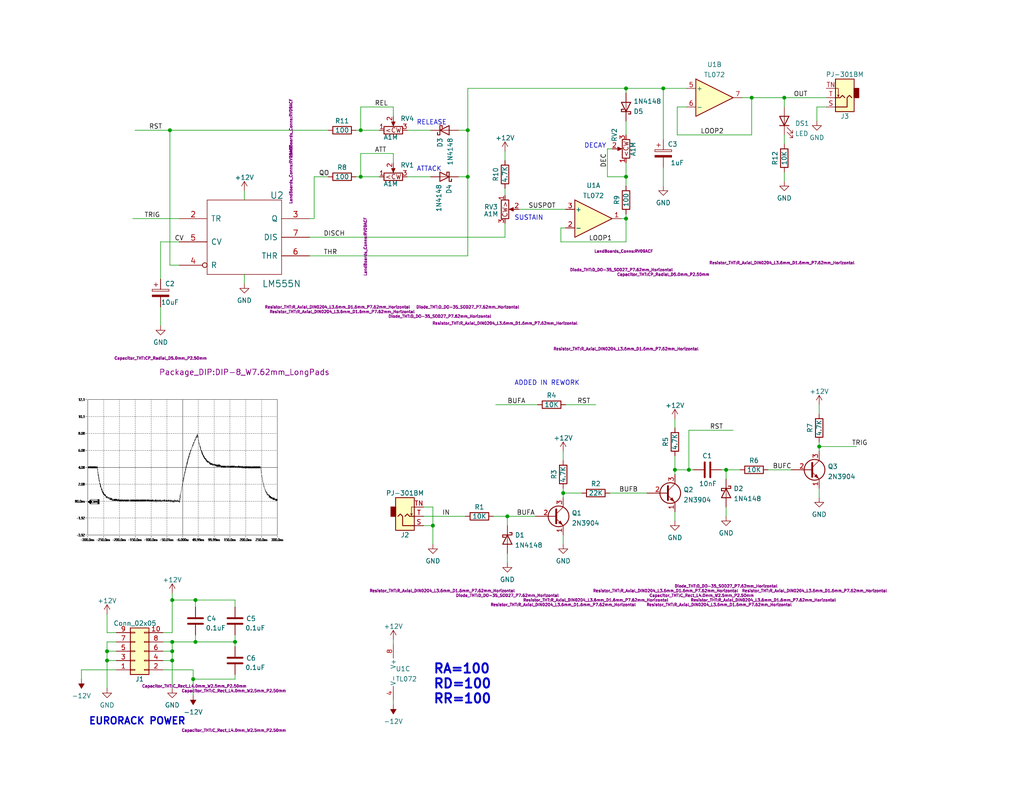
<source format=kicad_sch>
(kicad_sch (version 20211123) (generator eeschema)
  (paper "A")
  (title_block (title "ADSR GENERATOR") (date "2022-11-05") (rev "2") (comment 1 "The Fastest Envelope in the West") (comment 2 "https://www.schmitzbits.de/adsr.html"))
  (lib_symbols
    (symbol "Amplifier_Operational:TL072" (pin_names (offset 0.127))
      (property "Reference" "U" (at 0 5.08 0))
      (property "Value" "TL072" (at 0 -5.08 0))
      (symbol "TL072_1_1"
        (polyline (pts (xy -5.08 5.08) (xy 5.08 0) (xy -5.08 -5.08) (xy -5.08 5.08)) (stroke (width 0.254)) (fill (type background)))
        (pin output line (at 7.62 0 180) (length 2.54) (name "~") (number "1"))
        (pin input line (at -7.62 -2.54 0) (length 2.54) (name "-") (number "2"))
        (pin input line (at -7.62 2.54 0) (length 2.54) (name "+") (number "3"))
      )
      (symbol "TL072_2_1"
        (polyline (pts (xy -5.08 5.08) (xy 5.08 0) (xy -5.08 -5.08) (xy -5.08 5.08)) (stroke (width 0.254)) (fill (type background)))
        (pin input line (at -7.62 2.54 0) (length 2.54) (name "+") (number "5"))
        (pin input line (at -7.62 -2.54 0) (length 2.54) (name "-") (number "6"))
        (pin output line (at 7.62 0 180) (length 2.54) (name "~") (number "7"))
      )
      (symbol "TL072_3_1"
        (pin power_in line (at -2.54 -7.62 90) (length 3.81) (name "V-") (number "4"))
        (pin power_in line (at -2.54 7.62 270) (length 3.81) (name "V+") (number "8"))
      )
    )
    (symbol "Connector:AudioJack2_SwitchT"
      (property "Reference" "J" (at 0 8.89 0))
      (property "Value" "AudioJack2_SwitchT" (at 0 6.35 0))
      (symbol "AudioJack2_SwitchT_0_1"
        (rectangle (start -2.54 0) (end -3.81 -2.54) (stroke (width 0.254)) (fill (type outline)))
        (polyline (pts (xy 1.778 -0.254) (xy 2.032 -0.762)))
        (polyline (pts (xy 0 0) (xy 0.635 -0.635) (xy 1.27 0) (xy 2.54 0)) (stroke (width 0.254)))
        (polyline (pts (xy 2.54 -2.54) (xy 1.778 -2.54) (xy 1.778 -0.254) (xy 1.524 -0.762)))
        (polyline (pts (xy 2.54 2.54) (xy -0.635 2.54) (xy -0.635 0) (xy -1.27 -0.635) (xy -1.905 0)) (stroke (width 0.254)))
        (rectangle (start 2.54 3.81) (end -2.54 -5.08) (stroke (width 0.254)) (fill (type background)))
      )
      (symbol "AudioJack2_SwitchT_1_1"
        (pin passive line (at 5.08 2.54 180) (length 2.54) (name "~") (number "S"))
        (pin passive line (at 5.08 0 180) (length 2.54) (name "~") (number "T"))
        (pin passive line (at 5.08 -2.54 180) (length 2.54) (name "~") (number "TN"))
      )
    )
    (symbol "Connector_Generic:Conn_02x05_Odd_Even" (pin_names (offset 1.016) hide)
      (property "Reference" "J" (at 1.27 7.62 0))
      (property "Value" "Conn_02x05_Odd_Even" (at 1.27 -7.62 0))
      (symbol "Conn_02x05_Odd_Even_1_1"
        (rectangle (start -1.27 -4.953) (end 0 -5.207) (stroke (width 0.1524)))
        (rectangle (start -1.27 -2.413) (end 0 -2.667) (stroke (width 0.1524)))
        (rectangle (start -1.27 0.127) (end 0 -0.127) (stroke (width 0.1524)))
        (rectangle (start -1.27 2.667) (end 0 2.413) (stroke (width 0.1524)))
        (rectangle (start -1.27 5.207) (end 0 4.953) (stroke (width 0.1524)))
        (rectangle (start -1.27 6.35) (end 3.81 -6.35) (stroke (width 0.254)) (fill (type background)))
        (rectangle (start 3.81 -4.953) (end 2.54 -5.207) (stroke (width 0.1524)))
        (rectangle (start 3.81 -2.413) (end 2.54 -2.667) (stroke (width 0.1524)))
        (rectangle (start 3.81 0.127) (end 2.54 -0.127) (stroke (width 0.1524)))
        (rectangle (start 3.81 2.667) (end 2.54 2.413) (stroke (width 0.1524)))
        (rectangle (start 3.81 5.207) (end 2.54 4.953) (stroke (width 0.1524)))
        (pin passive line (at -5.08 5.08 0) (length 3.81) (name "Pin_1") (number "1"))
        (pin passive line (at 7.62 -5.08 180) (length 3.81) (name "Pin_10") (number "10"))
        (pin passive line (at 7.62 5.08 180) (length 3.81) (name "Pin_2") (number "2"))
        (pin passive line (at -5.08 2.54 0) (length 3.81) (name "Pin_3") (number "3"))
        (pin passive line (at 7.62 2.54 180) (length 3.81) (name "Pin_4") (number "4"))
        (pin passive line (at -5.08 0 0) (length 3.81) (name "Pin_5") (number "5"))
        (pin passive line (at 7.62 0 180) (length 3.81) (name "Pin_6") (number "6"))
        (pin passive line (at -5.08 -2.54 0) (length 3.81) (name "Pin_7") (number "7"))
        (pin passive line (at 7.62 -2.54 180) (length 3.81) (name "Pin_8") (number "8"))
        (pin passive line (at -5.08 -5.08 0) (length 3.81) (name "Pin_9") (number "9"))
      )
    )
    (symbol "Device:C" (pin_numbers hide) (pin_names (offset 0.254))
      (property "Reference" "C" (at 0.635 2.54 0))
      (property "Value" "C" (at 0.635 -2.54 0))
      (symbol "C_0_1"
        (polyline (pts (xy -2.032 -0.762) (xy 2.032 -0.762)) (stroke (width 0.508)))
        (polyline (pts (xy -2.032 0.762) (xy 2.032 0.762)) (stroke (width 0.508)))
      )
      (symbol "C_1_1"
        (pin passive line (at 0 3.81 270) (length 2.794) (name "~") (number "1"))
        (pin passive line (at 0 -3.81 90) (length 2.794) (name "~") (number "2"))
      )
    )
    (symbol "Device:C_Polarized" (pin_numbers hide) (pin_names (offset 0.254))
      (property "Reference" "C" (at 0.635 2.54 0))
      (property "Value" "C_Polarized" (at 0.635 -2.54 0))
      (symbol "C_Polarized_0_1"
        (rectangle (start -2.286 0.508) (end 2.286 1.016))
        (polyline (pts (xy -1.778 2.286) (xy -0.762 2.286)))
        (polyline (pts (xy -1.27 2.794) (xy -1.27 1.778)))
        (rectangle (start 2.286 -0.508) (end -2.286 -1.016) (fill (type outline)))
      )
      (symbol "C_Polarized_1_1"
        (pin passive line (at 0 3.81 270) (length 2.794) (name "~") (number "1"))
        (pin passive line (at 0 -3.81 90) (length 2.794) (name "~") (number "2"))
      )
    )
    (symbol "Device:D_Schottky" (pin_numbers hide) (pin_names (offset 1.016) hide)
      (property "Reference" "D" (at 0 2.54 0))
      (property "Value" "D_Schottky" (at 0 -2.54 0))
      (symbol "D_Schottky_0_1"
        (polyline (pts (xy 1.27 0) (xy -1.27 0)))
        (polyline (pts (xy 1.27 1.27) (xy 1.27 -1.27) (xy -1.27 0) (xy 1.27 1.27)) (stroke (width 0.254)))
        (polyline (pts (xy -1.905 0.635) (xy -1.905 1.27) (xy -1.27 1.27) (xy -1.27 -1.27) (xy -0.635 -1.27) (xy -0.635 -0.635)) (stroke (width 0.254)))
      )
      (symbol "D_Schottky_1_1"
        (pin passive line (at -3.81 0 0) (length 2.54) (name "K") (number "1"))
        (pin passive line (at 3.81 0 180) (length 2.54) (name "A") (number "2"))
      )
    )
    (symbol "Device:LED" (pin_numbers hide) (pin_names (offset 1.016) hide)
      (property "Reference" "D" (at 0 2.54 0))
      (property "Value" "LED" (at 0 -2.54 0))
      (symbol "LED_0_1"
        (polyline (pts (xy -1.27 -1.27) (xy -1.27 1.27)) (stroke (width 0.254)))
        (polyline (pts (xy -1.27 0) (xy 1.27 0)))
        (polyline (pts (xy 1.27 -1.27) (xy 1.27 1.27) (xy -1.27 0) (xy 1.27 -1.27)) (stroke (width 0.254)))
        (polyline (pts (xy -3.048 -0.762) (xy -4.572 -2.286) (xy -3.81 -2.286) (xy -4.572 -2.286) (xy -4.572 -1.524)))
        (polyline (pts (xy -1.778 -0.762) (xy -3.302 -2.286) (xy -2.54 -2.286) (xy -3.302 -2.286) (xy -3.302 -1.524)))
      )
      (symbol "LED_1_1"
        (pin passive line (at -3.81 0 0) (length 2.54) (name "K") (number "1"))
        (pin passive line (at 3.81 0 180) (length 2.54) (name "A") (number "2"))
      )
    )
    (symbol "Device:R" (pin_numbers hide) (pin_names (offset 0))
      (property "Reference" "R" (at 2.032 0 90))
      (property "Value" "R" (at 0 0 90))
      (symbol "R_0_1"
        (rectangle (start -1.016 -2.54) (end 1.016 2.54) (stroke (width 0.254)))
      )
      (symbol "R_1_1"
        (pin passive line (at 0 3.81 270) (length 1.27) (name "~") (number "1"))
        (pin passive line (at 0 -3.81 90) (length 1.27) (name "~") (number "2"))
      )
    )
    (symbol "LandBoards_Conns:R_Pot_CW" (pin_names (offset 1.016) hide)
      (property "Reference" "RV" (at -1.27 1.27 0))
      (property "Value" "R_Pot_CW" (at -1.27 -1.27 0))
      (symbol "R_Pot_CW_0_0"
        (text "CW>" (at 0 0 900) (effects (font (size 1.27 1.27))))
      )
      (symbol "R_Pot_CW_0_1"
        (polyline (pts (xy 2.54 0) (xy 1.524 0)))
        (polyline (pts (xy 1.143 0) (xy 2.286 0.508) (xy 2.286 -0.508) (xy 1.143 0)) (fill (type outline)))
        (rectangle (start 1.016 2.54) (end -1.016 -2.54) (stroke (width 0.254)))
      )
      (symbol "R_Pot_CW_1_1"
        (pin passive line (at 0 3.81 270) (length 1.27) (name "1") (number "1"))
        (pin passive line (at 3.81 0 180) (length 1.27) (name "2") (number "2"))
        (pin passive line (at 0 -3.81 90) (length 1.27) (name "3") (number "3"))
      )
    )
    (symbol "LandBoards_Conns:R_Pot_CW_PIN3UP" (pin_names (offset 1.016) hide)
      (property "Reference" "RV" (at -1.27 1.27 0))
      (property "Value" "R_Pot_CW_PIN3UP" (at -1.27 -1.27 0))
      (symbol "R_Pot_CW_PIN3UP_0_0"
        (text "<CW" (at 0 0 900) (effects (font (size 1.27 1.27))))
      )
      (symbol "R_Pot_CW_PIN3UP_0_1"
        (polyline (pts (xy 2.54 0) (xy 1.524 0)))
        (polyline (pts (xy 1.143 0) (xy 2.286 0.508) (xy 2.286 -0.508) (xy 1.143 0)) (fill (type outline)))
        (rectangle (start 1.016 2.54) (end -1.016 -2.54) (stroke (width 0.254)))
      )
      (symbol "R_Pot_CW_PIN3UP_1_1"
        (pin passive line (at 0 -3.81 90) (length 1.27) (name "1") (number "1"))
        (pin passive line (at 3.81 0 180) (length 1.27) (name "2") (number "2"))
        (pin passive line (at 0 3.81 270) (length 1.27) (name "3") (number "3"))
      )
    )
    (symbol "LandBoards_Semis:LM555N" (pin_names (offset 1.016))
      (property "Reference" "U" (at 0 2.54 0))
      (property "Value" "LM555N" (at 0 -2.54 0))
      (symbol "LM555N_0_0"
        (pin power_in line (at 0 -10.16 90) (length 0) hide (name "GND") (number "1"))
        (pin power_in line (at 0 10.16 270) (length 0) hide (name "VCC") (number "8"))
      )
      (symbol "LM555N_0_1"
        (rectangle (start -10.16 -10.16) (end 10.16 10.16))
      )
      (symbol "LM555N_1_1"
        (pin input line (at -17.78 5.08 0) (length 7.62) (name "TR") (number "2"))
        (pin output line (at 17.78 5.08 180) (length 7.62) (name "Q") (number "3"))
        (pin input inverted (at -17.78 -7.62 0) (length 7.62) (name "R") (number "4"))
        (pin input line (at -17.78 -1.27 0) (length 7.62) (name "CV") (number "5"))
        (pin input line (at 17.78 -5.08 180) (length 7.62) (name "THR") (number "6"))
        (pin input line (at 17.78 0 180) (length 7.62) (name "DIS") (number "7"))
      )
    )
    (symbol "Transistor_BJT:2N3904" (pin_names (offset 0) hide)
      (property "Reference" "Q" (at 5.08 1.905 0))
      (property "Value" "2N3904" (at 5.08 0 0))
      (symbol "2N3904_0_1"
        (polyline (pts (xy 0.635 0.635) (xy 2.54 2.54)))
        (polyline (pts (xy 0.635 -0.635) (xy 2.54 -2.54) (xy 2.54 -2.54)))
        (polyline (pts (xy 0.635 1.905) (xy 0.635 -1.905) (xy 0.635 -1.905)) (stroke (width 0.508)))
        (polyline (pts (xy 1.27 -1.778) (xy 1.778 -1.27) (xy 2.286 -2.286) (xy 1.27 -1.778) (xy 1.27 -1.778)) (fill (type outline)))
        (circle (center 1.27 0) (radius 2.8194) (stroke (width 0.254)))
      )
      (symbol "2N3904_1_1"
        (pin passive line (at 2.54 -5.08 90) (length 2.54) (name "E") (number "1"))
        (pin passive line (at -5.08 0 0) (length 5.715) (name "B") (number "2"))
        (pin passive line (at 2.54 5.08 270) (length 2.54) (name "C") (number "3"))
      )
    )
    (symbol "power:+12V" (power) (pin_names (offset 0))
      (property "Value" "+12V" (at 0 3.556 0))
      (symbol "+12V_0_1"
        (polyline (pts (xy -0.762 1.27) (xy 0 2.54)))
        (polyline (pts (xy 0 0) (xy 0 2.54)))
        (polyline (pts (xy 0 2.54) (xy 0.762 1.27)))
      )
      (symbol "+12V_1_1"
        (pin power_in line (at 0 0 90) (length 0) hide (name "+12V") (number "1"))
      )
    )
    (symbol "power:-12V" (power) (pin_names (offset 0))
      (property "Value" "-12V" (at 0 3.81 0))
      (symbol "-12V_0_0"
        (pin power_in line (at 0 0 90) (length 0) hide (name "-12V") (number "1"))
      )
      (symbol "-12V_0_1"
        (polyline (pts (xy 0 0) (xy 0 1.27) (xy 0.762 1.27) (xy 0 2.54) (xy -0.762 1.27) (xy 0 1.27)) (fill (type outline)))
      )
    )
    (symbol "power:GND" (power) (pin_names (offset 0))
      (property "Value" "GND" (at 0 -3.81 0))
      (symbol "GND_0_1"
        (polyline (pts (xy 0 0) (xy 0 -1.27) (xy 1.27 -1.27) (xy 0 -2.54) (xy -1.27 -1.27) (xy 0 -1.27)))
      )
      (symbol "GND_1_1"
        (pin power_in line (at 0 0 270) (length 0) hide (name "GND") (number "1"))
      )
    )
  )
  (junction (at 170.815 24.13))
  (junction (at 127.635 35.56))
  (junction (at 98.425 35.56))
  (junction (at 170.815 59.69))
  (junction (at 52.705 185.42))
  (junction (at 46.355 35.56))
  (junction (at 46.99 163.83))
  (junction (at 170.815 48.26))
  (junction (at 53.34 163.83))
  (junction (at 198.12 128.27))
  (junction (at 46.99 180.34))
  (junction (at 53.34 175.26))
  (junction (at 118.11 143.51))
  (junction (at 98.425 48.26))
  (junction (at 127.635 48.26))
  (junction (at 138.43 140.97))
  (junction (at 64.135 175.26))
  (junction (at 184.15 128.27))
  (junction (at 187.96 128.27))
  (junction (at 29.21 180.34))
  (junction (at 46.99 175.26))
  (junction (at 223.52 121.92))
  (junction (at 46.99 177.8))
  (junction (at 213.995 26.67))
  (junction (at 153.67 134.62))
  (junction (at 180.975 24.13))
  (junction (at 29.21 177.8))
  (junction (at 205.105 26.67))
  (wire (pts (xy 29.21 180.34) (xy 31.75 180.34)))
  (wire (pts (xy 46.99 172.72) (xy 46.99 163.83)))
  (wire (pts (xy 165.735 40.64) (xy 167.005 40.64)))
  (wire (pts (xy 52.705 185.42) (xy 52.705 189.865)))
  (wire (pts (xy 29.21 177.8) (xy 31.75 177.8)))
  (wire (pts (xy 98.425 35.56) (xy 98.425 29.21)))
  (wire (pts (xy 44.45 182.88) (xy 52.705 182.88)))
  (wire (pts (xy 29.21 175.26) (xy 29.21 177.8)))
  (wire (pts (xy 31.75 175.26) (xy 29.21 175.26)))
  (wire (pts (xy 125.095 35.56) (xy 127.635 35.56)))
  (wire (pts (xy 170.815 48.26) (xy 165.735 48.26)))
  (wire (pts (xy 53.34 163.83) (xy 64.135 163.83)))
  (wire (pts (xy 84.455 59.69) (xy 85.725 59.69)))
  (wire (pts (xy 225.425 29.21) (xy 222.885 29.21)))
  (wire (pts (xy 170.815 66.04) (xy 170.815 59.69)))
  (wire (pts (xy 66.675 52.07) (xy 66.675 54.61)))
  (wire (pts (xy 107.315 29.21) (xy 107.315 31.75)))
  (wire (pts (xy 64.135 175.26) (xy 64.135 173.355)))
  (wire (pts (xy 198.12 128.27) (xy 198.12 130.81)))
  (wire (pts (xy 154.305 62.23) (xy 153.035 62.23)))
  (wire (pts (xy 184.15 114.3) (xy 184.15 116.84)))
  (wire (pts (xy 137.795 41.275) (xy 137.795 43.815)))
  (wire (pts (xy 111.125 48.26) (xy 117.475 48.26)))
  (wire (pts (xy 127.635 35.56) (xy 127.635 48.26)))
  (wire (pts (xy 213.995 26.67) (xy 225.425 26.67)))
  (wire (pts (xy 127.635 48.26) (xy 125.095 48.26)))
  (wire (pts (xy 180.975 45.72) (xy 180.975 50.8)))
  (wire (pts (xy 223.52 110.49) (xy 223.52 113.03)))
  (wire (pts (xy 138.43 151.13) (xy 138.43 153.67)))
  (wire (pts (xy 170.815 24.13) (xy 127.635 24.13)))
  (wire (pts (xy 107.315 41.91) (xy 107.315 44.45)))
  (wire (pts (xy 46.99 175.26) (xy 53.34 175.26)))
  (wire (pts (xy 223.52 120.65) (xy 223.52 121.92)))
  (wire (pts (xy 153.67 134.62) (xy 158.75 134.62)))
  (wire (pts (xy 46.99 163.83) (xy 53.34 163.83)))
  (wire (pts (xy 46.99 177.8) (xy 46.99 180.34)))
  (wire (pts (xy 198.12 128.27) (xy 201.93 128.27)))
  (wire (pts (xy 36.195 59.69) (xy 48.895 59.69)))
  (wire (pts (xy 118.11 138.43) (xy 118.11 143.51)))
  (wire (pts (xy 223.52 121.92) (xy 223.52 123.19)))
  (wire (pts (xy 176.53 134.62) (xy 166.37 134.62)))
  (wire (pts (xy 43.815 76.2) (xy 43.815 66.04)))
  (wire (pts (xy 46.99 161.925) (xy 46.99 163.83)))
  (wire (pts (xy 64.135 175.26) (xy 64.135 176.53)))
  (wire (pts (xy 98.425 48.26) (xy 98.425 41.91)))
  (wire (pts (xy 98.425 35.56) (xy 103.505 35.56)))
  (wire (pts (xy 180.975 24.13) (xy 170.815 24.13)))
  (wire (pts (xy 98.425 29.21) (xy 107.315 29.21)))
  (wire (pts (xy 98.425 41.91) (xy 107.315 41.91)))
  (wire (pts (xy 134.62 140.97) (xy 138.43 140.97)))
  (wire (pts (xy 84.455 69.85) (xy 127.635 69.85)))
  (wire (pts (xy 187.325 29.21) (xy 184.785 29.21)))
  (wire (pts (xy 184.785 36.83) (xy 205.105 36.83)))
  (wire (pts (xy 85.725 59.69) (xy 85.725 48.26)))
  (wire (pts (xy 22.225 182.88) (xy 22.225 185.42)))
  (wire (pts (xy 153.67 134.62) (xy 153.67 135.89)))
  (wire (pts (xy 98.425 48.26) (xy 97.155 48.26)))
  (wire (pts (xy 31.75 182.88) (xy 22.225 182.88)))
  (wire (pts (xy 196.85 128.27) (xy 198.12 128.27)))
  (wire (pts (xy 127.635 48.26) (xy 127.635 69.85)))
  (wire (pts (xy 84.455 64.77) (xy 137.795 64.77)))
  (wire (pts (xy 184.785 29.21) (xy 184.785 36.83)))
  (wire (pts (xy 138.43 140.97) (xy 138.43 143.51)))
  (wire (pts (xy 198.12 138.43) (xy 198.12 140.97)))
  (wire (pts (xy 205.105 26.67) (xy 213.995 26.67)))
  (wire (pts (xy 205.105 36.83) (xy 205.105 26.67)))
  (wire (pts (xy 137.795 60.96) (xy 137.795 64.77)))
  (wire (pts (xy 187.96 128.27) (xy 189.23 128.27)))
  (wire (pts (xy 115.57 140.97) (xy 127 140.97)))
  (wire (pts (xy 154.305 57.15) (xy 141.605 57.15)))
  (wire (pts (xy 205.105 26.67) (xy 202.565 26.67)))
  (wire (pts (xy 98.425 35.56) (xy 97.155 35.56)))
  (wire (pts (xy 66.675 74.93) (xy 66.675 77.47)))
  (wire (pts (xy 184.15 124.46) (xy 184.15 128.27)))
  (wire (pts (xy 222.885 29.21) (xy 222.885 33.02)))
  (wire (pts (xy 46.99 180.34) (xy 46.99 187.96)))
  (wire (pts (xy 187.96 117.475) (xy 200.025 117.475)))
  (wire (pts (xy 29.21 177.8) (xy 29.21 180.34)))
  (wire (pts (xy 170.815 44.45) (xy 170.815 48.26)))
  (wire (pts (xy 170.815 48.26) (xy 170.815 50.8)))
  (wire (pts (xy 170.815 58.42) (xy 170.815 59.69)))
  (wire (pts (xy 153.035 62.23) (xy 153.035 66.04)))
  (wire (pts (xy 118.11 143.51) (xy 118.11 148.59)))
  (wire (pts (xy 153.67 123.19) (xy 153.67 125.73)))
  (wire (pts (xy 153.67 133.35) (xy 153.67 134.62)))
  (wire (pts (xy 52.705 182.88) (xy 52.705 185.42)))
  (wire (pts (xy 46.355 35.56) (xy 46.355 72.39)))
  (wire (pts (xy 36.83 35.56) (xy 46.355 35.56)))
  (wire (pts (xy 187.325 24.13) (xy 180.975 24.13)))
  (wire (pts (xy 154.305 110.49) (xy 162.56 110.49)))
  (wire (pts (xy 52.705 185.42) (xy 64.135 185.42)))
  (wire (pts (xy 138.43 140.97) (xy 146.05 140.97)))
  (wire (pts (xy 85.725 48.26) (xy 89.535 48.26)))
  (wire (pts (xy 29.21 180.34) (xy 29.21 187.96)))
  (wire (pts (xy 29.21 167.64) (xy 29.21 172.72)))
  (wire (pts (xy 118.11 143.51) (xy 115.57 143.51)))
  (wire (pts (xy 44.45 177.8) (xy 46.99 177.8)))
  (wire (pts (xy 137.795 51.435) (xy 137.795 53.34)))
  (wire (pts (xy 44.45 180.34) (xy 46.99 180.34)))
  (wire (pts (xy 115.57 138.43) (xy 118.11 138.43)))
  (wire (pts (xy 43.815 83.82) (xy 43.815 88.9)))
  (wire (pts (xy 180.975 24.13) (xy 180.975 38.1)))
  (wire (pts (xy 170.815 59.69) (xy 169.545 59.69)))
  (wire (pts (xy 64.135 163.83) (xy 64.135 165.735)))
  (wire (pts (xy 213.995 46.99) (xy 213.995 49.53)))
  (wire (pts (xy 135.255 110.49) (xy 146.685 110.49)))
  (wire (pts (xy 53.34 175.26) (xy 64.135 175.26)))
  (wire (pts (xy 184.15 128.27) (xy 187.96 128.27)))
  (wire (pts (xy 213.995 26.67) (xy 213.995 29.21)))
  (wire (pts (xy 165.735 48.26) (xy 165.735 40.64)))
  (wire (pts (xy 153.67 146.05) (xy 153.67 148.59)))
  (wire (pts (xy 31.75 172.72) (xy 29.21 172.72)))
  (wire (pts (xy 46.355 35.56) (xy 89.535 35.56)))
  (wire (pts (xy 213.995 39.37) (xy 213.995 36.83)))
  (wire (pts (xy 233.68 121.92) (xy 223.52 121.92)))
  (wire (pts (xy 44.45 172.72) (xy 46.99 172.72)))
  (wire (pts (xy 107.315 174.625) (xy 107.315 175.895)))
  (wire (pts (xy 170.815 24.13) (xy 170.815 25.4)))
  (wire (pts (xy 53.34 163.83) (xy 53.34 165.735)))
  (wire (pts (xy 111.125 35.56) (xy 117.475 35.56)))
  (wire (pts (xy 215.9 128.27) (xy 209.55 128.27)))
  (wire (pts (xy 107.315 191.135) (xy 107.315 192.405)))
  (wire (pts (xy 98.425 48.26) (xy 103.505 48.26)))
  (wire (pts (xy 46.355 72.39) (xy 48.895 72.39)))
  (wire (pts (xy 187.96 128.27) (xy 187.96 117.475)))
  (wire (pts (xy 170.815 33.02) (xy 170.815 36.83)))
  (wire (pts (xy 43.815 66.04) (xy 48.895 66.04)))
  (wire (pts (xy 53.34 173.355) (xy 53.34 175.26)))
  (wire (pts (xy 44.45 175.26) (xy 46.99 175.26)))
  (wire (pts (xy 223.52 133.35) (xy 223.52 135.89)))
  (wire (pts (xy 46.99 175.26) (xy 46.99 177.8)))
  (wire (pts (xy 184.15 139.7) (xy 184.15 142.24)))
  (wire (pts (xy 184.15 128.27) (xy 184.15 129.54)))
  (wire (pts (xy 64.135 184.15) (xy 64.135 185.42)))
  (wire (pts (xy 127.635 24.13) (xy 127.635 35.56)))
  (wire (pts (xy 153.035 66.04) (xy 170.815 66.04)))
  (image (at 47.625 129.54))
  (text "DECAY" (at 159.385 40.64 0) (effects (font (size 1.27 1.27)) (justify left bottom)))
  (text "EURORACK POWER" (at 24.13 198.12 0) (effects (font (size 1.905 1.905) (thickness 0.381) bold) (justify left bottom)))
  (text "RA=100\nRD=100\nRR=100" (at 118.11 192.405 0) (effects (font (size 2.54 2.54) (thickness 0.508) bold) (justify left bottom)))
  (text "ATTACK" (at 113.665 46.99 0) (effects (font (size 1.27 1.27)) (justify left bottom)))
  (text "RELEASE" (at 113.665 34.29 0) (effects (font (size 1.27 1.27)) (justify left bottom)))
  (text "SUSTAIN" (at 140.335 60.325 0) (effects (font (size 1.27 1.27)) (justify left bottom)))
  (text "ADDED IN REWORK" (at 140.335 105.41 0) (effects (font (size 1.27 1.27)) (justify left bottom)))
  (label "BUFB" (at 168.91 134.62 0))
  (label "LOOP1" (at 160.655 66.04 0))
  (label "LOOP2" (at 191.135 36.83 0))
  (label "RST" (at 157.48 110.49 0))
  (label "BUFC" (at 210.82 128.27 0))
  (label "OUT" (at 216.535 26.67 0))
  (label "THR" (at 88.265 69.85 0))
  (label "BUFA" (at 138.43 110.49 0))
  (label "QO" (at 86.995 48.26 0))
  (label "CV" (at 47.625 66.04 0))
  (label "REL" (at 102.235 29.21 0))
  (label "TRIG" (at 39.37 59.69 0))
  (label "SUSPOT" (at 144.145 57.15 0))
  (label "TRIG" (at 232.41 121.92 0))
  (label "BUFA" (at 140.97 140.97 0))
  (label "RST" (at 40.64 35.56 0))
  (label "DISCH" (at 88.265 64.77 0))
  (label "DEC" (at 165.735 45.72 90))
  (label "IN" (at 120.65 140.97 0))
  (label "ATT" (at 102.235 41.91 0))
  (label "RST" (at 193.675 117.475 0))
  (symbol (lib_id "power:+12V") (at 153.67 123.19 0) (unit 1)
    (property "Reference" "#PWR0110" (effects hide))
    (property "Value" "+12V" (at 153.67 119.5855 0))
  )
  (symbol (lib_id "power:GND") (at 43.815 88.9 0) (unit 1)
    (property "Reference" "#PWR0115" (effects hide))
    (property "Value" "GND" (at 43.815 93.4625 0))
  )
  (symbol (lib_id "power:+12V") (at 223.52 110.49 0) (unit 1)
    (property "Reference" "#PWR0113" (effects hide))
    (property "Value" "+12V" (at 223.52 106.8855 0))
  )
  (symbol (lib_id "power:GND") (at 153.67 148.59 0) (unit 1)
    (property "Reference" "#PWR0111" (effects hide))
    (property "Value" "GND" (at 153.67 153.1525 0))
  )
  (symbol (lib_id "power:-12V") (at 22.225 185.42 180) (unit 1)
    (property "Reference" "#PWR0105" (effects hide))
    (property "Value" "-12V" (at 22.225 189.9825 0))
  )
  (symbol (lib_id "Device:LED") (at 213.995 33.02 90) (unit 1)
    (property "Reference" "DS1" (at 216.916 33.699 90) (effects (justify right)))
    (property "Value" "LED" (at 216.916 36.4741 90) (effects (justify right)))
    (property "Footprint" "LED_THT:LED_D5.0mm" (effects hide))
  )
  (symbol (lib_id "Device:R") (at 93.345 48.26 90) (unit 1)
    (property "Reference" "R8" (at 93.345 45.72 90))
    (property "Value" "100" (at 93.345 48.26 90))
    (property "Footprint" "Resistor_THT:R_Axial_DIN0204_L3.6mm_D1.6mm_P7.62mm_Horizontal" (at 93.345 85.09 90) (effects (font (size 0.762 0.762))))
  )
  (symbol (lib_id "Transistor_BJT:2N3904") (at 220.98 128.27 0) (unit 1)
    (property "Reference" "Q3" (at 225.8313 127.3615 0) (effects (justify left)))
    (property "Value" "2N3904" (at 225.8313 130.1366 0) (effects (justify left)))
    (property "Footprint" "Package_TO_SOT_THT:TO-92_HandSolder" (effects hide))
    (property "Datasheet" "https://www.onsemi.com/pub/Collateral/2N3903-D.PDF" (effects hide))
  )
  (symbol (lib_id "power:GND") (at 180.975 50.8 0) (unit 1)
    (property "Reference" "#PWR0117" (effects hide))
    (property "Value" "GND" (at 180.975 55.3625 0))
  )
  (symbol (lib_id "Transistor_BJT:2N3904") (at 151.13 140.97 0) (unit 1)
    (property "Reference" "Q1" (at 155.9813 140.0615 0) (effects (justify left)))
    (property "Value" "2N3904" (at 155.9813 142.8366 0) (effects (justify left)))
    (property "Footprint" "Package_TO_SOT_THT:TO-92_HandSolder" (effects hide))
    (property "Datasheet" "https://www.onsemi.com/pub/Collateral/2N3903-D.PDF" (effects hide))
  )
  (symbol (lib_id "Device:R") (at 93.345 35.56 90) (unit 1)
    (property "Reference" "R11" (at 93.345 33.02 90))
    (property "Value" "100" (at 93.345 35.56 90))
    (property "Footprint" "Resistor_THT:R_Axial_DIN0204_L3.6mm_D1.6mm_P7.62mm_Horizontal" (at 92.075 83.82 90) (effects (font (size 0.762 0.762))))
  )
  (symbol (lib_id "Device:R") (at 205.74 128.27 90) (unit 1)
    (property "Reference" "R6" (at 205.74 125.73 90))
    (property "Value" "10K" (at 205.74 128.27 90))
    (property "Footprint" "Resistor_THT:R_Axial_DIN0204_L3.6mm_D1.6mm_P7.62mm_Horizontal" (at 208.28 163.83 90) (effects (font (size 0.762 0.762))))
  )
  (symbol (lib_id "power:+12V") (at 29.21 167.64 0) (unit 1)
    (property "Reference" "#PWR0101" (effects hide))
    (property "Value" "+12V" (at 29.21 164.0355 0))
  )
  (symbol (lib_id "Device:D_Schottky") (at 138.43 147.32 270) (unit 1)
    (property "Reference" "D1" (at 140.462 146.094 90) (effects (justify left)))
    (property "Value" "1N4148" (at 140.462 148.8691 90) (effects (justify left)))
    (property "Footprint" "Diode_THT:D_DO-35_SOD27_P7.62mm_Horizontal" (at 138.43 162.56 90) (effects (font (size 0.762 0.762))))
  )
  (symbol (lib_id "power:+12V") (at 46.99 161.925 0) (unit 1)
    (property "Reference" "#PWR0106" (effects hide))
    (property "Value" "+12V" (at 46.99 158.3205 0))
  )
  (symbol (lib_id "Amplifier_Operational:TL072") (at 109.855 183.515 0) (unit 3)
    (property "Reference" "U1" (at 107.95 182.6065 0) (effects (justify left)))
    (property "Value" "TL072" (at 107.95 185.3816 0) (effects (justify left)))
    (property "Footprint" "Package_DIP:DIP-8_W7.62mm" (effects hide))
    (property "Datasheet" "https://store.synthrotek.com/TL072P-Op-Amp_p_418.html" (effects hide))
  )
  (symbol (lib_id "Device:R") (at 223.52 116.84 180) (unit 1)
    (property "Reference" "R7" (at 220.98 116.84 90))
    (property "Value" "4.7K" (at 223.52 116.84 90))
    (property "Footprint" "Resistor_THT:R_Axial_DIN0204_L3.6mm_D1.6mm_P7.62mm_Horizontal" (at 222.25 161.29 0) (effects (font (size 0.762 0.762))))
  )
  (symbol (lib_id "LandBoards_Conns:R_Pot_CW_PIN3UP") (at 170.815 40.64 0) (mirror y) (unit 1)
    (property "Reference" "RV2" (at 167.64 34.925 90) (effects (justify right)))
    (property "Value" "A1M" (at 172.72 38.735 90) (effects (justify right)))
    (property "Footprint" "LandBoards_Conns:RV09ACF" (at 170.18 68.58 0) (effects (font (size 0.762 0.762))))
  )
  (symbol (lib_id "power:GND") (at 118.11 148.59 0) (unit 1)
    (property "Reference" "#PWR0107" (effects hide))
    (property "Value" "GND" (at 118.11 153.1525 0))
  )
  (symbol (lib_id "Device:C_Polarized") (at 180.975 41.91 0) (unit 1)
    (property "Reference" "C3" (at 183.515 39.37 0))
    (property "Value" "1uF" (at 184.785 44.45 0))
    (property "Footprint" "Capacitor_THT:CP_Radial_D5.0mm_P2.50mm" (at 180.975 74.93 0) (effects (font (size 0.762 0.762))))
  )
  (symbol (lib_id "power:+12V") (at 137.795 41.275 0) (unit 1)
    (property "Reference" "#PWR0122" (effects hide))
    (property "Value" "+12V" (at 137.795 37.6705 0))
  )
  (symbol (lib_id "power:+12V") (at 66.675 52.07 0) (unit 1)
    (property "Reference" "#PWR0121" (effects hide))
    (property "Value" "+12V" (at 66.675 48.4655 0))
  )
  (symbol (lib_id "Device:C") (at 64.135 180.34 180) (unit 1)
    (property "Reference" "C6" (at 69.85 179.705 0) (effects (justify left)))
    (property "Value" "0.1uF" (at 72.39 182.245 0) (effects (justify left)))
    (property "Footprint" "Capacitor_THT:C_Rect_L4.0mm_W2.5mm_P2.50mm" (at 78.105 199.39 0) (effects (font (size 0.762 0.762)) (justify left)))
  )
  (symbol (lib_id "Device:R") (at 184.15 120.65 180) (unit 1)
    (property "Reference" "R5" (at 181.61 120.65 90))
    (property "Value" "4.7K" (at 184.15 120.65 90))
    (property "Footprint" "Resistor_THT:R_Axial_DIN0204_L3.6mm_D1.6mm_P7.62mm_Horizontal" (at 181.61 161.29 0) (effects (font (size 0.762 0.762))))
  )
  (symbol (lib_id "Device:R") (at 170.815 54.61 180) (unit 1)
    (property "Reference" "R9" (at 168.275 54.61 90))
    (property "Value" "100" (at 170.815 54.61 90))
    (property "Footprint" "Resistor_THT:R_Axial_DIN0204_L3.6mm_D1.6mm_P7.62mm_Horizontal" (at 170.815 95.25 0) (effects (font (size 0.762 0.762))))
  )
  (symbol (lib_id "power:GND") (at 222.885 33.02 0) (unit 1)
    (property "Reference" "#PWR0118" (effects hide))
    (property "Value" "GND" (at 222.885 37.5825 0))
  )
  (symbol (lib_id "Device:D_Schottky") (at 121.285 48.26 180) (unit 1)
    (property "Reference" "D4" (at 122.511 50.292 90) (effects (justify left)))
    (property "Value" "1N4148" (at 119.7359 50.292 90) (effects (justify left)))
    (property "Footprint" "Diode_THT:D_DO-35_SOD27_P7.62mm_Horizontal" (at 120.015 86.36 0) (effects (font (size 0.762 0.762))))
  )
  (symbol (lib_id "power:GND") (at 223.52 135.89 0) (unit 1)
    (property "Reference" "#PWR0116" (effects hide))
    (property "Value" "GND" (at 223.52 140.4525 0))
  )
  (symbol (lib_id "power:GND") (at 138.43 153.67 0) (unit 1)
    (property "Reference" "#PWR0108" (effects hide))
    (property "Value" "GND" (at 138.43 158.2325 0))
  )
  (symbol (lib_id "Device:C") (at 193.04 128.27 90) (unit 1)
    (property "Reference" "C1" (at 194.31 124.46 90) (effects (justify left)))
    (property "Value" "10nF" (at 195.58 132.08 90) (effects (justify left)))
    (property "Footprint" "Capacitor_THT:C_Rect_L4.0mm_W2.5mm_P2.50mm" (at 205.74 162.56 90) (effects (font (size 0.762 0.762)) (justify left)))
  )
  (symbol (lib_id "Device:D_Schottky") (at 121.285 35.56 0) (mirror x) (unit 1)
    (property "Reference" "D3" (at 120.059 37.592 90) (effects (justify left)))
    (property "Value" "1N4148" (at 122.8341 37.592 90) (effects (justify left)))
    (property "Footprint" "Diode_THT:D_DO-35_SOD27_P7.62mm_Horizontal" (at 127.635 83.82 0) (effects (font (size 0.762 0.762))))
  )
  (symbol (lib_id "Device:R") (at 162.56 134.62 90) (unit 1)
    (property "Reference" "R2" (at 162.56 132.08 90))
    (property "Value" "22K" (at 162.56 134.62 90))
    (property "Footprint" "Resistor_THT:R_Axial_DIN0204_L3.6mm_D1.6mm_P7.62mm_Horizontal" (at 162.56 163.83 90) (effects (font (size 0.762 0.762))))
  )
  (symbol (lib_id "LandBoards_Semis:LM555N") (at 66.675 64.77 0) (unit 1)
    (property "Reference" "U2" (at 75.565 53.34 0) (effects (font (size 1.778 1.778))))
    (property "Value" "LM555N" (at 76.835 77.47 0) (effects (font (size 1.778 1.778))))
    (property "Footprint" "Package_DIP:DIP-8_W7.62mm_LongPads" (at 66.675 101.6 0) (effects (font (size 1.524 1.524))))
  )
  (symbol (lib_id "Transistor_BJT:2N3904") (at 181.61 134.62 0) (unit 1)
    (property "Reference" "Q2" (at 186.4613 133.7115 0) (effects (justify left)))
    (property "Value" "2N3904" (at 186.4613 136.4866 0) (effects (justify left)))
    (property "Footprint" "Package_TO_SOT_THT:TO-92_HandSolder" (effects hide))
    (property "Datasheet" "https://www.onsemi.com/pub/Collateral/2N3903-D.PDF" (effects hide))
  )
  (symbol (lib_id "Device:R") (at 150.495 110.49 90) (unit 1)
    (property "Reference" "R4" (at 150.495 107.95 90))
    (property "Value" "10K" (at 150.495 110.49 90))
    (property "Footprint" "Resistor_THT:R_Axial_DIN0204_L3.6mm_D1.6mm_P7.62mm_Horizontal" (at 196.215 165.1 90) (effects (font (size 0.762 0.762))))
  )
  (symbol (lib_id "Amplifier_Operational:TL072") (at 161.925 59.69 0) (unit 1)
    (property "Reference" "U1" (at 161.925 50.6435 0))
    (property "Value" "TL072" (at 161.925 53.4186 0))
    (property "Footprint" "Package_DIP:DIP-8_W7.62mm" (effects hide))
    (property "Datasheet" "https://store.synthrotek.com/TL072P-Op-Amp_p_418.html" (effects hide))
  )
  (symbol (lib_id "power:GND") (at 46.99 187.96 0) (unit 1)
    (property "Reference" "#PWR0103" (effects hide))
    (property "Value" "GND" (at 46.99 192.5225 0))
  )
  (symbol (lib_id "Connector:AudioJack2_SwitchT") (at 230.505 26.67 180) (unit 1)
    (property "Reference" "J3" (at 230.505 31.75 0))
    (property "Value" "PJ-301BM" (at 230.505 20.32 0))
    (property "Footprint" "AudioJacks:Jack_3.5mm_QingPu_WQP-PJ301BM_Vertical" (effects hide))
    (property "Datasheet" "https://www.taydaelectronics.com/pj-301bm-3-5-mm-mono-phone-jack.html" (effects hide))
  )
  (symbol (lib_id "Device:C") (at 53.34 169.545 180) (unit 1)
    (property "Reference" "C4" (at 59.055 168.91 0) (effects (justify left)))
    (property "Value" "0.1uF" (at 61.595 171.45 0) (effects (justify left)))
    (property "Footprint" "Capacitor_THT:C_Rect_L4.0mm_W2.5mm_P2.50mm" (at 67.31 187.325 0) (effects (font (size 0.762 0.762)) (justify left)))
  )
  (symbol (lib_id "power:-12V") (at 107.315 192.405 180) (unit 1)
    (property "Reference" "#PWR0124" (effects hide))
    (property "Value" "-12V" (at 107.315 196.9675 0))
  )
  (symbol (lib_id "Device:R") (at 137.795 47.625 180) (unit 1)
    (property "Reference" "R10" (at 135.255 47.625 90))
    (property "Value" "4.7K" (at 137.795 47.625 90))
    (property "Footprint" "Resistor_THT:R_Axial_DIN0204_L3.6mm_D1.6mm_P7.62mm_Horizontal" (at 137.795 88.265 0) (effects (font (size 0.762 0.762))))
  )
  (symbol (lib_id "power:GND") (at 66.675 77.47 0) (unit 1)
    (property "Reference" "#PWR0120" (effects hide))
    (property "Value" "GND" (at 66.675 82.0325 0))
  )
  (symbol (lib_id "Device:R") (at 130.81 140.97 90) (unit 1)
    (property "Reference" "R1" (at 130.81 138.43 90))
    (property "Value" "10K" (at 130.81 140.97 90))
    (property "Footprint" "Resistor_THT:R_Axial_DIN0204_L3.6mm_D1.6mm_P7.62mm_Horizontal" (at 120.65 161.29 90) (effects (font (size 0.762 0.762))))
  )
  (symbol (lib_id "Device:D_Schottky") (at 170.815 29.21 270) (mirror x) (unit 1)
    (property "Reference" "D5" (at 172.847 30.436 90) (effects (justify left)))
    (property "Value" "1N4148" (at 172.847 27.6609 90) (effects (justify left)))
    (property "Footprint" "Diode_THT:D_DO-35_SOD27_P7.62mm_Horizontal" (at 169.545 73.66 90) (effects (font (size 0.762 0.762))))
  )
  (symbol (lib_id "Device:C") (at 64.135 169.545 180) (unit 1)
    (property "Reference" "C5" (at 69.85 168.91 0) (effects (justify left)))
    (property "Value" "0.1uF" (at 72.39 171.45 0) (effects (justify left)))
    (property "Footprint" "Capacitor_THT:C_Rect_L4.0mm_W2.5mm_P2.50mm" (at 78.105 188.595 0) (effects (font (size 0.762 0.762)) (justify left)))
  )
  (symbol (lib_id "power:GND") (at 198.12 140.97 0) (unit 1)
    (property "Reference" "#PWR0114" (effects hide))
    (property "Value" "GND" (at 198.12 145.5325 0))
  )
  (symbol (lib_id "Device:C_Polarized") (at 43.815 80.01 0) (unit 1)
    (property "Reference" "C2" (at 46.355 77.47 0))
    (property "Value" "10uF" (at 46.355 82.55 0))
    (property "Footprint" "Capacitor_THT:CP_Radial_D5.0mm_P2.50mm" (at 43.815 97.79 0) (effects (font (size 0.762 0.762))))
  )
  (symbol (lib_id "power:+12V") (at 107.315 174.625 0) (unit 1)
    (property "Reference" "#PWR0123" (effects hide))
    (property "Value" "+12V" (at 107.315 171.0205 0))
  )
  (symbol (lib_id "Device:R") (at 153.67 129.54 180) (unit 1)
    (property "Reference" "R3" (at 151.13 129.54 90))
    (property "Value" "4.7K" (at 153.67 129.54 90))
    (property "Footprint" "Resistor_THT:R_Axial_DIN0204_L3.6mm_D1.6mm_P7.62mm_Horizontal" (at 153.67 165.1 0) (effects (font (size 0.762 0.762))))
  )
  (symbol (lib_id "LandBoards_Conns:R_Pot_CW_PIN3UP") (at 107.315 35.56 270) (mirror x) (unit 1)
    (property "Reference" "RV4" (at 113.03 32.385 90) (effects (justify right)))
    (property "Value" "A1M" (at 108.585 37.465 90) (effects (justify right)))
    (property "Footprint" "LandBoards_Conns:RV09ACF" (at 79.375 34.925 0) (effects (font (size 0.762 0.762))))
  )
  (symbol (lib_id "LandBoards_Conns:R_Pot_CW_PIN3UP") (at 107.315 48.26 270) (mirror x) (unit 1)
    (property "Reference" "RV1" (at 113.03 45.085 90) (effects (justify right)))
    (property "Value" "A1M" (at 108.585 50.165 90) (effects (justify right)))
    (property "Footprint" "LandBoards_Conns:RV09ACF" (at 79.375 47.625 0) (effects (font (size 0.762 0.762))))
  )
  (symbol (lib_id "LandBoards_Conns:R_Pot_CW") (at 137.795 57.15 0) (unit 1)
    (property "Reference" "RV3" (at 133.985 56.515 0))
    (property "Value" "A1M" (at 133.985 58.42 0))
    (property "Footprint" "LandBoards_Conns:RV09ACF" (at 99.695 67.31 90) (effects (font (size 0.762 0.762))))
  )
  (symbol (lib_id "power:GND") (at 184.15 142.24 0) (unit 1)
    (property "Reference" "#PWR0112" (effects hide))
    (property "Value" "GND" (at 184.15 146.8025 0))
  )
  (symbol (lib_id "power:GND") (at 29.21 187.96 0) (unit 1)
    (property "Reference" "#PWR0104" (effects hide))
    (property "Value" "GND" (at 29.21 192.5225 0))
  )
  (symbol (lib_id "Connector_Generic:Conn_02x05_Odd_Even") (at 36.83 177.8 0) (mirror x) (unit 1)
    (property "Reference" "J1" (at 38.1 185.42 0))
    (property "Value" "Conn_02x05" (at 36.83 170.18 0))
    (property "Footprint" "Connector_IDC:IDC-Header_2x05_P2.54mm_Vertical" (effects hide))
    (property "Datasheet" "https://store.synthrotek.com/10-Pin_Keyed_Shrouded_Eurorack_Power_Header" (effects hide))
  )
  (symbol (lib_id "Amplifier_Operational:TL072") (at 194.945 26.67 0) (unit 2)
    (property "Reference" "U1" (at 194.945 17.6235 0))
    (property "Value" "TL072" (at 194.945 20.3986 0))
    (property "Footprint" "Package_DIP:DIP-8_W7.62mm" (effects hide))
    (property "Datasheet" "https://store.synthrotek.com/TL072P-Op-Amp_p_418.html" (effects hide))
  )
  (symbol (lib_id "power:GND") (at 213.995 49.53 0) (unit 1)
    (property "Reference" "#PWR0119" (effects hide))
    (property "Value" "GND" (at 213.995 54.0925 0))
  )
  (symbol (lib_id "power:+12V") (at 184.15 114.3 0) (unit 1)
    (property "Reference" "#PWR0109" (effects hide))
    (property "Value" "+12V" (at 184.15 110.6955 0))
  )
  (symbol (lib_id "Connector:AudioJack2_SwitchT") (at 110.49 140.97 0) (mirror x) (unit 1)
    (property "Reference" "J2" (at 110.49 146.05 0))
    (property "Value" "PJ-301BM" (at 110.49 134.62 0))
    (property "Footprint" "AudioJacks:Jack_3.5mm_QingPu_WQP-PJ301BM_Vertical" (effects hide))
    (property "Datasheet" "https://www.taydaelectronics.com/pj-301bm-3-5-mm-mono-phone-jack.html" (effects hide))
  )
  (symbol (lib_id "Device:R") (at 213.995 43.18 180) (unit 1)
    (property "Reference" "R12" (at 211.455 43.18 90))
    (property "Value" "10K" (at 213.995 43.18 90))
    (property "Footprint" "Resistor_THT:R_Axial_DIN0204_L3.6mm_D1.6mm_P7.62mm_Horizontal" (at 213.36 71.755 0) (effects (font (size 0.762 0.762))))
    (property "Datasheet" "https://www.mouser.com/ProductDetail/Xicon/299-2.2K-RC?qs=QaPBMFBEHz3RDbXknTj%252ByA%3D%3D" (effects hide))
  )
  (symbol (lib_id "power:-12V") (at 52.705 189.865 180) (unit 1)
    (property "Reference" "#PWR0102" (effects hide))
    (property "Value" "-12V" (at 52.705 194.4275 0))
  )
  (symbol (lib_id "Device:D_Schottky") (at 198.12 134.62 270) (unit 1)
    (property "Reference" "D2" (at 200.152 133.394 90) (effects (justify left)))
    (property "Value" "1N4148" (at 200.152 136.1691 90) (effects (justify left)))
    (property "Footprint" "Diode_THT:D_DO-35_SOD27_P7.62mm_Horizontal" (at 198.12 160.02 90) (effects (font (size 0.762 0.762))))
  )
)
</source>
